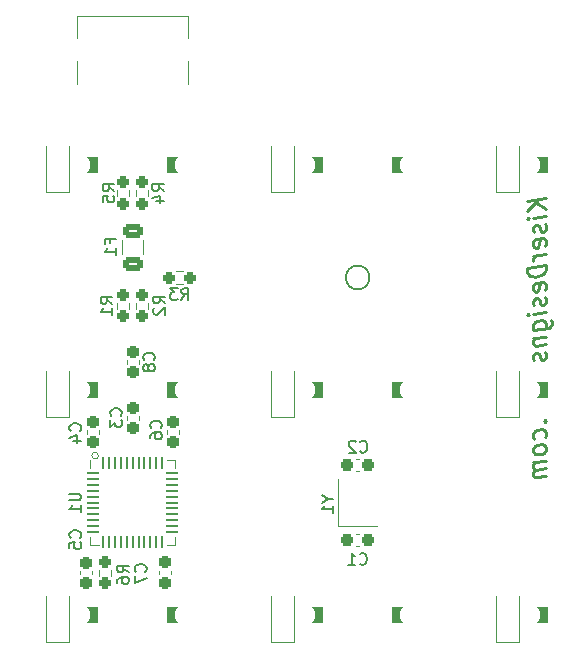
<source format=gbo>
%TF.GenerationSoftware,KiCad,Pcbnew,(6.0.1)*%
%TF.CreationDate,2022-03-07T23:29:37-05:00*%
%TF.ProjectId,Aioli,41696f6c-692e-46b6-9963-61645f706362,rev?*%
%TF.SameCoordinates,Original*%
%TF.FileFunction,Legend,Bot*%
%TF.FilePolarity,Positive*%
%FSLAX46Y46*%
G04 Gerber Fmt 4.6, Leading zero omitted, Abs format (unit mm)*
G04 Created by KiCad (PCBNEW (6.0.1)) date 2022-03-07 23:29:37*
%MOMM*%
%LPD*%
G01*
G04 APERTURE LIST*
G04 Aperture macros list*
%AMRoundRect*
0 Rectangle with rounded corners*
0 $1 Rounding radius*
0 $2 $3 $4 $5 $6 $7 $8 $9 X,Y pos of 4 corners*
0 Add a 4 corners polygon primitive as box body*
4,1,4,$2,$3,$4,$5,$6,$7,$8,$9,$2,$3,0*
0 Add four circle primitives for the rounded corners*
1,1,$1+$1,$2,$3*
1,1,$1+$1,$4,$5*
1,1,$1+$1,$6,$7*
1,1,$1+$1,$8,$9*
0 Add four rect primitives between the rounded corners*
20,1,$1+$1,$2,$3,$4,$5,0*
20,1,$1+$1,$4,$5,$6,$7,0*
20,1,$1+$1,$6,$7,$8,$9,0*
20,1,$1+$1,$8,$9,$2,$3,0*%
G04 Aperture macros list end*
%ADD10C,0.250000*%
%ADD11C,0.150000*%
%ADD12C,0.120000*%
%ADD13C,0.750000*%
%ADD14R,5.200000X5.200000*%
%ADD15RoundRect,0.062500X-0.475000X0.062500X-0.475000X-0.062500X0.475000X-0.062500X0.475000X0.062500X0*%
%ADD16RoundRect,0.062500X-0.062500X0.475000X-0.062500X-0.475000X0.062500X-0.475000X0.062500X0.475000X0*%
%ADD17R,1.800000X1.100000*%
%ADD18C,2.000000*%
%ADD19RoundRect,1.000000X0.000000X-0.650000X0.000000X0.650000X0.000000X0.650000X0.000000X-0.650000X0*%
%ADD20R,2.000000X2.000000*%
%ADD21RoundRect,0.237500X0.237500X-0.250000X0.237500X0.250000X-0.237500X0.250000X-0.237500X-0.250000X0*%
%ADD22RoundRect,0.237500X-0.250000X-0.237500X0.250000X-0.237500X0.250000X0.237500X-0.250000X0.237500X0*%
%ADD23RoundRect,0.237500X0.237500X-0.300000X0.237500X0.300000X-0.237500X0.300000X-0.237500X-0.300000X0*%
%ADD24RoundRect,0.237500X-0.237500X0.300000X-0.237500X-0.300000X0.237500X-0.300000X0.237500X0.300000X0*%
%ADD25RoundRect,0.237500X-0.300000X-0.237500X0.300000X-0.237500X0.300000X0.237500X-0.300000X0.237500X0*%
%ADD26C,2.250000*%
%ADD27C,3.987800*%
%ADD28C,1.750000*%
%ADD29R,1.200000X1.400000*%
%ADD30R,0.600000X1.450000*%
%ADD31R,0.300000X1.450000*%
%ADD32O,1.000000X2.100000*%
%ADD33C,0.650000*%
%ADD34O,1.000000X1.600000*%
%ADD35RoundRect,0.250000X0.625000X-0.375000X0.625000X0.375000X-0.625000X0.375000X-0.625000X-0.375000X0*%
%ADD36R,1.200000X0.900000*%
G04 APERTURE END LIST*
D10*
X111198128Y-59983438D02*
X109598128Y-60183438D01*
X111198128Y-60840581D02*
X110283842Y-60312010D01*
X109598128Y-61040581D02*
X110512414Y-60069152D01*
X111198128Y-61483438D02*
X110131461Y-61616772D01*
X109598128Y-61683438D02*
X109674319Y-61602486D01*
X109750509Y-61664391D01*
X109674319Y-61745343D01*
X109598128Y-61683438D01*
X109750509Y-61664391D01*
X111121938Y-62135819D02*
X111198128Y-62269152D01*
X111198128Y-62554867D01*
X111121938Y-62707248D01*
X110969557Y-62797724D01*
X110893366Y-62807248D01*
X110740985Y-62754867D01*
X110664795Y-62621533D01*
X110664795Y-62407248D01*
X110588604Y-62273914D01*
X110436223Y-62221533D01*
X110360033Y-62231057D01*
X110207652Y-62321533D01*
X110131461Y-62473914D01*
X110131461Y-62688200D01*
X110207652Y-62821533D01*
X111121938Y-63992962D02*
X111198128Y-63840581D01*
X111198128Y-63554867D01*
X111121938Y-63421533D01*
X110969557Y-63369152D01*
X110360033Y-63445343D01*
X110207652Y-63535819D01*
X110131461Y-63688200D01*
X110131461Y-63973914D01*
X110207652Y-64107248D01*
X110360033Y-64159629D01*
X110512414Y-64140581D01*
X110664795Y-63407248D01*
X111198128Y-64697724D02*
X110131461Y-64831057D01*
X110436223Y-64792962D02*
X110283842Y-64883438D01*
X110207652Y-64964391D01*
X110131461Y-65116772D01*
X110131461Y-65259629D01*
X111198128Y-65626295D02*
X109598128Y-65826295D01*
X109598128Y-66183438D01*
X109674319Y-66388200D01*
X109826699Y-66512010D01*
X109979080Y-66564391D01*
X110283842Y-66597724D01*
X110512414Y-66569152D01*
X110817176Y-66459629D01*
X110969557Y-66369152D01*
X111121938Y-66207248D01*
X111198128Y-65983438D01*
X111198128Y-65626295D01*
X111121938Y-67707248D02*
X111198128Y-67554867D01*
X111198128Y-67269152D01*
X111121938Y-67135819D01*
X110969557Y-67083438D01*
X110360033Y-67159629D01*
X110207652Y-67250105D01*
X110131461Y-67402486D01*
X110131461Y-67688200D01*
X110207652Y-67821533D01*
X110360033Y-67873914D01*
X110512414Y-67854867D01*
X110664795Y-67121533D01*
X111121938Y-68350105D02*
X111198128Y-68483438D01*
X111198128Y-68769152D01*
X111121938Y-68921533D01*
X110969557Y-69012010D01*
X110893366Y-69021533D01*
X110740985Y-68969152D01*
X110664795Y-68835819D01*
X110664795Y-68621533D01*
X110588604Y-68488200D01*
X110436223Y-68435819D01*
X110360033Y-68445343D01*
X110207652Y-68535819D01*
X110131461Y-68688200D01*
X110131461Y-68902486D01*
X110207652Y-69035819D01*
X111198128Y-69626295D02*
X110131461Y-69759629D01*
X109598128Y-69826295D02*
X109674319Y-69745343D01*
X109750509Y-69807248D01*
X109674319Y-69888200D01*
X109598128Y-69826295D01*
X109750509Y-69807248D01*
X110131461Y-71116772D02*
X111426699Y-70954867D01*
X111579080Y-70864391D01*
X111655271Y-70783438D01*
X111731461Y-70631057D01*
X111731461Y-70416772D01*
X111655271Y-70283438D01*
X111121938Y-70992962D02*
X111198128Y-70840581D01*
X111198128Y-70554867D01*
X111121938Y-70421533D01*
X111045747Y-70359629D01*
X110893366Y-70307248D01*
X110436223Y-70364391D01*
X110283842Y-70454867D01*
X110207652Y-70535819D01*
X110131461Y-70688200D01*
X110131461Y-70973914D01*
X110207652Y-71107248D01*
X110131461Y-71831057D02*
X111198128Y-71697724D01*
X110283842Y-71812010D02*
X110207652Y-71892962D01*
X110131461Y-72045343D01*
X110131461Y-72259629D01*
X110207652Y-72392962D01*
X110360033Y-72445343D01*
X111198128Y-72340581D01*
X111121938Y-72992962D02*
X111198128Y-73126295D01*
X111198128Y-73412010D01*
X111121938Y-73564391D01*
X110969557Y-73654867D01*
X110893366Y-73664391D01*
X110740985Y-73612010D01*
X110664795Y-73478676D01*
X110664795Y-73264391D01*
X110588604Y-73131057D01*
X110436223Y-73078676D01*
X110360033Y-73088200D01*
X110207652Y-73178676D01*
X110131461Y-73331057D01*
X110131461Y-73545343D01*
X110207652Y-73678676D01*
X111045747Y-78859629D02*
X111121938Y-78921533D01*
X111198128Y-78840581D01*
X111121938Y-78778676D01*
X111045747Y-78859629D01*
X111198128Y-78840581D01*
X111121938Y-80207248D02*
X111198128Y-80054867D01*
X111198128Y-79769152D01*
X111121938Y-79635819D01*
X111045747Y-79573914D01*
X110893366Y-79521533D01*
X110436223Y-79578676D01*
X110283842Y-79669152D01*
X110207652Y-79750105D01*
X110131461Y-79902486D01*
X110131461Y-80188200D01*
X110207652Y-80321533D01*
X111198128Y-81054867D02*
X111121938Y-80921533D01*
X111045747Y-80859629D01*
X110893366Y-80807248D01*
X110436223Y-80864391D01*
X110283842Y-80954867D01*
X110207652Y-81035819D01*
X110131461Y-81188200D01*
X110131461Y-81402486D01*
X110207652Y-81535819D01*
X110283842Y-81597724D01*
X110436223Y-81650105D01*
X110893366Y-81592962D01*
X111045747Y-81502486D01*
X111121938Y-81421533D01*
X111198128Y-81269152D01*
X111198128Y-81054867D01*
X111198128Y-82197724D02*
X110131461Y-82331057D01*
X110283842Y-82312010D02*
X110207652Y-82392962D01*
X110131461Y-82545343D01*
X110131461Y-82759629D01*
X110207652Y-82892962D01*
X110360033Y-82945343D01*
X111198128Y-82840581D01*
X110360033Y-82945343D02*
X110207652Y-83035819D01*
X110131461Y-83188200D01*
X110131461Y-83402486D01*
X110207652Y-83535819D01*
X110360033Y-83588200D01*
X111198128Y-83483438D01*
D11*
%TO.C,U1*%
X70832380Y-84963095D02*
X71641904Y-84963095D01*
X71737142Y-85010714D01*
X71784761Y-85058333D01*
X71832380Y-85153571D01*
X71832380Y-85344047D01*
X71784761Y-85439285D01*
X71737142Y-85486904D01*
X71641904Y-85534523D01*
X70832380Y-85534523D01*
X71832380Y-86534523D02*
X71832380Y-85963095D01*
X71832380Y-86248809D02*
X70832380Y-86248809D01*
X70975238Y-86153571D01*
X71070476Y-86058333D01*
X71118095Y-85963095D01*
%TO.C,R6*%
X75895773Y-91648802D02*
X75419583Y-91315469D01*
X75895773Y-91077373D02*
X74895773Y-91077373D01*
X74895773Y-91458326D01*
X74943393Y-91553564D01*
X74991012Y-91601183D01*
X75086250Y-91648802D01*
X75229107Y-91648802D01*
X75324345Y-91601183D01*
X75371964Y-91553564D01*
X75419583Y-91458326D01*
X75419583Y-91077373D01*
X74895773Y-92505945D02*
X74895773Y-92315469D01*
X74943393Y-92220230D01*
X74991012Y-92172611D01*
X75133869Y-92077373D01*
X75324345Y-92029754D01*
X75705297Y-92029754D01*
X75800535Y-92077373D01*
X75848154Y-92124992D01*
X75895773Y-92220230D01*
X75895773Y-92410707D01*
X75848154Y-92505945D01*
X75800535Y-92553564D01*
X75705297Y-92601183D01*
X75467202Y-92601183D01*
X75371964Y-92553564D01*
X75324345Y-92505945D01*
X75276726Y-92410707D01*
X75276726Y-92220230D01*
X75324345Y-92124992D01*
X75371964Y-92077373D01*
X75467202Y-92029754D01*
%TO.C,R5*%
X74652380Y-59364583D02*
X74176190Y-59031250D01*
X74652380Y-58793154D02*
X73652380Y-58793154D01*
X73652380Y-59174107D01*
X73700000Y-59269345D01*
X73747619Y-59316964D01*
X73842857Y-59364583D01*
X73985714Y-59364583D01*
X74080952Y-59316964D01*
X74128571Y-59269345D01*
X74176190Y-59174107D01*
X74176190Y-58793154D01*
X73652380Y-60269345D02*
X73652380Y-59793154D01*
X74128571Y-59745535D01*
X74080952Y-59793154D01*
X74033333Y-59888392D01*
X74033333Y-60126488D01*
X74080952Y-60221726D01*
X74128571Y-60269345D01*
X74223809Y-60316964D01*
X74461904Y-60316964D01*
X74557142Y-60269345D01*
X74604761Y-60221726D01*
X74652380Y-60126488D01*
X74652380Y-59888392D01*
X74604761Y-59793154D01*
X74557142Y-59745535D01*
%TO.C,R4*%
X78876130Y-59364583D02*
X78399940Y-59031250D01*
X78876130Y-58793154D02*
X77876130Y-58793154D01*
X77876130Y-59174107D01*
X77923750Y-59269345D01*
X77971369Y-59316964D01*
X78066607Y-59364583D01*
X78209464Y-59364583D01*
X78304702Y-59316964D01*
X78352321Y-59269345D01*
X78399940Y-59174107D01*
X78399940Y-58793154D01*
X78209464Y-60221726D02*
X78876130Y-60221726D01*
X77828511Y-59983630D02*
X78542797Y-59745535D01*
X78542797Y-60364583D01*
%TO.C,R3*%
X80335416Y-68557380D02*
X80668750Y-68081190D01*
X80906845Y-68557380D02*
X80906845Y-67557380D01*
X80525892Y-67557380D01*
X80430654Y-67605000D01*
X80383035Y-67652619D01*
X80335416Y-67747857D01*
X80335416Y-67890714D01*
X80383035Y-67985952D01*
X80430654Y-68033571D01*
X80525892Y-68081190D01*
X80906845Y-68081190D01*
X80002083Y-67557380D02*
X79383035Y-67557380D01*
X79716369Y-67938333D01*
X79573511Y-67938333D01*
X79478273Y-67985952D01*
X79430654Y-68033571D01*
X79383035Y-68128809D01*
X79383035Y-68366904D01*
X79430654Y-68462142D01*
X79478273Y-68509761D01*
X79573511Y-68557380D01*
X79859226Y-68557380D01*
X79954464Y-68509761D01*
X80002083Y-68462142D01*
%TO.C,R2*%
X78955388Y-68863796D02*
X78479198Y-68530463D01*
X78955388Y-68292367D02*
X77955388Y-68292367D01*
X77955388Y-68673320D01*
X78003008Y-68768558D01*
X78050627Y-68816177D01*
X78145865Y-68863796D01*
X78288722Y-68863796D01*
X78383960Y-68816177D01*
X78431579Y-68768558D01*
X78479198Y-68673320D01*
X78479198Y-68292367D01*
X78050627Y-69244748D02*
X78003008Y-69292367D01*
X77955388Y-69387605D01*
X77955388Y-69625701D01*
X78003008Y-69720939D01*
X78050627Y-69768558D01*
X78145865Y-69816177D01*
X78241103Y-69816177D01*
X78383960Y-69768558D01*
X78955388Y-69197129D01*
X78955388Y-69816177D01*
%TO.C,R1*%
X74487806Y-68887815D02*
X74011616Y-68554482D01*
X74487806Y-68316386D02*
X73487806Y-68316386D01*
X73487806Y-68697339D01*
X73535426Y-68792577D01*
X73583045Y-68840196D01*
X73678283Y-68887815D01*
X73821140Y-68887815D01*
X73916378Y-68840196D01*
X73963997Y-68792577D01*
X74011616Y-68697339D01*
X74011616Y-68316386D01*
X74487806Y-69840196D02*
X74487806Y-69268767D01*
X74487806Y-69554482D02*
X73487806Y-69554482D01*
X73630664Y-69459243D01*
X73725902Y-69364005D01*
X73773521Y-69268767D01*
%TO.C,C8*%
X77987142Y-73652083D02*
X78034761Y-73604464D01*
X78082380Y-73461607D01*
X78082380Y-73366369D01*
X78034761Y-73223511D01*
X77939523Y-73128273D01*
X77844285Y-73080654D01*
X77653809Y-73033035D01*
X77510952Y-73033035D01*
X77320476Y-73080654D01*
X77225238Y-73128273D01*
X77130000Y-73223511D01*
X77082380Y-73366369D01*
X77082380Y-73461607D01*
X77130000Y-73604464D01*
X77177619Y-73652083D01*
X77510952Y-74223511D02*
X77463333Y-74128273D01*
X77415714Y-74080654D01*
X77320476Y-74033035D01*
X77272857Y-74033035D01*
X77177619Y-74080654D01*
X77130000Y-74128273D01*
X77082380Y-74223511D01*
X77082380Y-74413988D01*
X77130000Y-74509226D01*
X77177619Y-74556845D01*
X77272857Y-74604464D01*
X77320476Y-74604464D01*
X77415714Y-74556845D01*
X77463333Y-74509226D01*
X77510952Y-74413988D01*
X77510952Y-74223511D01*
X77558571Y-74128273D01*
X77606190Y-74080654D01*
X77701428Y-74033035D01*
X77891904Y-74033035D01*
X77987142Y-74080654D01*
X78034761Y-74128273D01*
X78082380Y-74223511D01*
X78082380Y-74413988D01*
X78034761Y-74509226D01*
X77987142Y-74556845D01*
X77891904Y-74604464D01*
X77701428Y-74604464D01*
X77606190Y-74556845D01*
X77558571Y-74509226D01*
X77510952Y-74413988D01*
%TO.C,C7*%
X77289729Y-91576744D02*
X77337348Y-91529125D01*
X77384967Y-91386268D01*
X77384967Y-91291030D01*
X77337348Y-91148172D01*
X77242110Y-91052934D01*
X77146872Y-91005315D01*
X76956396Y-90957696D01*
X76813539Y-90957696D01*
X76623063Y-91005315D01*
X76527825Y-91052934D01*
X76432587Y-91148172D01*
X76384967Y-91291030D01*
X76384967Y-91386268D01*
X76432587Y-91529125D01*
X76480206Y-91576744D01*
X76384967Y-91910077D02*
X76384967Y-92576744D01*
X77384967Y-92148172D01*
%TO.C,C6*%
X78595938Y-79408248D02*
X78643557Y-79360629D01*
X78691176Y-79217772D01*
X78691176Y-79122534D01*
X78643557Y-78979676D01*
X78548319Y-78884438D01*
X78453081Y-78836819D01*
X78262605Y-78789200D01*
X78119748Y-78789200D01*
X77929272Y-78836819D01*
X77834034Y-78884438D01*
X77738796Y-78979676D01*
X77691176Y-79122534D01*
X77691176Y-79217772D01*
X77738796Y-79360629D01*
X77786415Y-79408248D01*
X77691176Y-80265391D02*
X77691176Y-80074915D01*
X77738796Y-79979676D01*
X77786415Y-79932057D01*
X77929272Y-79836819D01*
X78119748Y-79789200D01*
X78500700Y-79789200D01*
X78595938Y-79836819D01*
X78643557Y-79884438D01*
X78691176Y-79979676D01*
X78691176Y-80170153D01*
X78643557Y-80265391D01*
X78595938Y-80313010D01*
X78500700Y-80360629D01*
X78262605Y-80360629D01*
X78167367Y-80313010D01*
X78119748Y-80265391D01*
X78072129Y-80170153D01*
X78072129Y-79979676D01*
X78119748Y-79884438D01*
X78167367Y-79836819D01*
X78262605Y-79789200D01*
%TO.C,C5*%
X71750451Y-88703700D02*
X71798070Y-88656081D01*
X71845689Y-88513224D01*
X71845689Y-88417986D01*
X71798070Y-88275128D01*
X71702832Y-88179890D01*
X71607594Y-88132271D01*
X71417118Y-88084652D01*
X71274261Y-88084652D01*
X71083785Y-88132271D01*
X70988547Y-88179890D01*
X70893309Y-88275128D01*
X70845689Y-88417986D01*
X70845689Y-88513224D01*
X70893309Y-88656081D01*
X70940928Y-88703700D01*
X70845689Y-89608462D02*
X70845689Y-89132271D01*
X71321880Y-89084652D01*
X71274261Y-89132271D01*
X71226642Y-89227509D01*
X71226642Y-89465605D01*
X71274261Y-89560843D01*
X71321880Y-89608462D01*
X71417118Y-89656081D01*
X71655213Y-89656081D01*
X71750451Y-89608462D01*
X71798070Y-89560843D01*
X71845689Y-89465605D01*
X71845689Y-89227509D01*
X71798070Y-89132271D01*
X71750451Y-89084652D01*
%TO.C,C4*%
X71750451Y-79648441D02*
X71798070Y-79600822D01*
X71845689Y-79457965D01*
X71845689Y-79362727D01*
X71798070Y-79219869D01*
X71702832Y-79124631D01*
X71607594Y-79077012D01*
X71417118Y-79029393D01*
X71274261Y-79029393D01*
X71083785Y-79077012D01*
X70988547Y-79124631D01*
X70893309Y-79219869D01*
X70845689Y-79362727D01*
X70845689Y-79457965D01*
X70893309Y-79600822D01*
X70940928Y-79648441D01*
X71179023Y-80505584D02*
X71845689Y-80505584D01*
X70798070Y-80267488D02*
X71512356Y-80029393D01*
X71512356Y-80648441D01*
%TO.C,C3*%
X75209223Y-78375421D02*
X75256842Y-78327802D01*
X75304461Y-78184945D01*
X75304461Y-78089707D01*
X75256842Y-77946849D01*
X75161604Y-77851611D01*
X75066366Y-77803992D01*
X74875890Y-77756373D01*
X74733033Y-77756373D01*
X74542557Y-77803992D01*
X74447319Y-77851611D01*
X74352081Y-77946849D01*
X74304461Y-78089707D01*
X74304461Y-78184945D01*
X74352081Y-78327802D01*
X74399700Y-78375421D01*
X74304461Y-78708754D02*
X74304461Y-79327802D01*
X74685414Y-78994468D01*
X74685414Y-79137326D01*
X74733033Y-79232564D01*
X74780652Y-79280183D01*
X74875890Y-79327802D01*
X75113985Y-79327802D01*
X75209223Y-79280183D01*
X75256842Y-79232564D01*
X75304461Y-79137326D01*
X75304461Y-78851611D01*
X75256842Y-78756373D01*
X75209223Y-78708754D01*
%TO.C,C2*%
X95459132Y-81397232D02*
X95506751Y-81444851D01*
X95649608Y-81492470D01*
X95744846Y-81492470D01*
X95887704Y-81444851D01*
X95982942Y-81349613D01*
X96030561Y-81254375D01*
X96078180Y-81063899D01*
X96078180Y-80921042D01*
X96030561Y-80730566D01*
X95982942Y-80635328D01*
X95887704Y-80540090D01*
X95744846Y-80492470D01*
X95649608Y-80492470D01*
X95506751Y-80540090D01*
X95459132Y-80587709D01*
X95078180Y-80587709D02*
X95030561Y-80540090D01*
X94935323Y-80492470D01*
X94697227Y-80492470D01*
X94601989Y-80540090D01*
X94554370Y-80587709D01*
X94506751Y-80682947D01*
X94506751Y-80778185D01*
X94554370Y-80921042D01*
X95125799Y-81492470D01*
X94506751Y-81492470D01*
%TO.C,C1*%
X95411094Y-90908857D02*
X95458713Y-90956476D01*
X95601570Y-91004095D01*
X95696808Y-91004095D01*
X95839666Y-90956476D01*
X95934904Y-90861238D01*
X95982523Y-90766000D01*
X96030142Y-90575524D01*
X96030142Y-90432667D01*
X95982523Y-90242191D01*
X95934904Y-90146953D01*
X95839666Y-90051715D01*
X95696808Y-90004095D01*
X95601570Y-90004095D01*
X95458713Y-90051715D01*
X95411094Y-90099334D01*
X94458713Y-91004095D02*
X95030142Y-91004095D01*
X94744428Y-91004095D02*
X94744428Y-90004095D01*
X94839666Y-90146953D01*
X94934904Y-90242191D01*
X95030142Y-90289810D01*
%TO.C,Y1*%
X92722615Y-85391769D02*
X93198805Y-85391769D01*
X92198805Y-85058436D02*
X92722615Y-85391769D01*
X92198805Y-85725102D01*
X93198805Y-86582245D02*
X93198805Y-86010817D01*
X93198805Y-86296531D02*
X92198805Y-86296531D01*
X92341663Y-86201293D01*
X92436901Y-86106055D01*
X92484520Y-86010817D01*
%TO.C,F1*%
X74300267Y-63725143D02*
X74300267Y-63391810D01*
X74824076Y-63391810D02*
X73824076Y-63391810D01*
X73824076Y-63868000D01*
X74824076Y-64772762D02*
X74824076Y-64201334D01*
X74824076Y-64487048D02*
X73824076Y-64487048D01*
X73966934Y-64391810D01*
X74062172Y-64296572D01*
X74109791Y-64201334D01*
D12*
%TO.C,U1*%
X73305873Y-81756250D02*
G75*
G03*
X73305873Y-81756250I-280873J0D01*
G01*
X72590000Y-82840000D02*
X72590000Y-82115000D01*
X79810000Y-89335000D02*
X79085000Y-89335000D01*
X79810000Y-88610000D02*
X79810000Y-89335000D01*
X79810000Y-82115000D02*
X79085000Y-82115000D01*
X79810000Y-82840000D02*
X79810000Y-82115000D01*
X72590000Y-89335000D02*
X73315000Y-89335000D01*
X72590000Y-88610000D02*
X72590000Y-89335000D01*
D11*
%TO.C,SW10*%
X96250000Y-66675000D02*
G75*
G03*
X96250000Y-66675000I-1000000J0D01*
G01*
D12*
%TO.C,SW9*%
X104775000Y-95750000D02*
X104775000Y-94750000D01*
X105275000Y-95250000D02*
X104275000Y-95250000D01*
%TO.C,SW8*%
X85725000Y-95750000D02*
X85725000Y-94750000D01*
X86225000Y-95250000D02*
X85225000Y-95250000D01*
%TO.C,SW7*%
X66675000Y-95750000D02*
X66675000Y-94750000D01*
X67175000Y-95250000D02*
X66175000Y-95250000D01*
%TO.C,SW6*%
X104775000Y-76700000D02*
X104775000Y-75700000D01*
X105275000Y-76200000D02*
X104275000Y-76200000D01*
%TO.C,SW5*%
X85725000Y-76700000D02*
X85725000Y-75700000D01*
X86225000Y-76200000D02*
X85225000Y-76200000D01*
%TO.C,SW4*%
X66675000Y-76700000D02*
X66675000Y-75700000D01*
X67175000Y-76200000D02*
X66175000Y-76200000D01*
%TO.C,SW3*%
X104775000Y-57650000D02*
X104775000Y-56650000D01*
X105275000Y-57150000D02*
X104275000Y-57150000D01*
%TO.C,SW2*%
X85725000Y-57650000D02*
X85725000Y-56650000D01*
X86225000Y-57150000D02*
X85225000Y-57150000D01*
%TO.C,SW1*%
X66675000Y-57650000D02*
X66675000Y-56650000D01*
X67175000Y-57150000D02*
X66175000Y-57150000D01*
%TO.C,R6*%
X73356418Y-91914650D02*
X73356418Y-91405202D01*
X74401418Y-91914650D02*
X74401418Y-91405202D01*
%TO.C,R5*%
X74883750Y-59785974D02*
X74883750Y-59276526D01*
X75928750Y-59785974D02*
X75928750Y-59276526D01*
%TO.C,R4*%
X76471250Y-59785974D02*
X76471250Y-59276526D01*
X77516250Y-59785974D02*
X77516250Y-59276526D01*
%TO.C,R3*%
X79914026Y-66152500D02*
X80423474Y-66152500D01*
X79914026Y-67197500D02*
X80423474Y-67197500D01*
%TO.C,R2*%
X76471250Y-69310974D02*
X76471250Y-68801526D01*
X77516250Y-69310974D02*
X77516250Y-68801526D01*
%TO.C,R1*%
X74883750Y-69310974D02*
X74883750Y-68801526D01*
X75928750Y-69310974D02*
X75928750Y-68801526D01*
%TO.C,C8*%
X75690000Y-73965017D02*
X75690000Y-73672483D01*
X76710000Y-73965017D02*
X76710000Y-73672483D01*
%TO.C,C7*%
X79485600Y-91503678D02*
X79485600Y-91796212D01*
X78465600Y-91503678D02*
X78465600Y-91796212D01*
%TO.C,C6*%
X79071110Y-79917633D02*
X79071110Y-79625099D01*
X80091110Y-79917633D02*
X80091110Y-79625099D01*
%TO.C,C5*%
X72773095Y-91519017D02*
X72773095Y-91811551D01*
X71753095Y-91519017D02*
X71753095Y-91811551D01*
%TO.C,C4*%
X72304952Y-79905596D02*
X72304952Y-79613062D01*
X73324952Y-79905596D02*
X73324952Y-79613062D01*
%TO.C,C3*%
X75740000Y-78727517D02*
X75740000Y-78434983D01*
X76760000Y-78727517D02*
X76760000Y-78434983D01*
%TO.C,C2*%
X95103733Y-82040000D02*
X95396267Y-82040000D01*
X95103733Y-83060000D02*
X95396267Y-83060000D01*
%TO.C,C1*%
X95103733Y-88390000D02*
X95396267Y-88390000D01*
X95103733Y-89410000D02*
X95396267Y-89410000D01*
%TO.C,Y1*%
X93600000Y-87725000D02*
X93600000Y-83725000D01*
X96900000Y-87725000D02*
X93600000Y-87725000D01*
%TO.C,J1*%
X71500000Y-44518750D02*
X80900000Y-44518750D01*
X80900000Y-50318750D02*
X80900000Y-48318750D01*
X80900000Y-46418750D02*
X80900000Y-44518750D01*
X71500000Y-50318750D02*
X71500000Y-48318750D01*
X71500000Y-46418750D02*
X71500000Y-44518750D01*
%TO.C,F1*%
X75290000Y-64708314D02*
X75290000Y-63504186D01*
X77110000Y-64708314D02*
X77110000Y-63504186D01*
%TO.C,D9*%
X108950000Y-97500000D02*
X108950000Y-93600000D01*
X106950000Y-97500000D02*
X106950000Y-93600000D01*
X108950000Y-97500000D02*
X106950000Y-97500000D01*
%TO.C,D8*%
X89900000Y-97500000D02*
X89900000Y-93600000D01*
X87900000Y-97500000D02*
X87900000Y-93600000D01*
X89900000Y-97500000D02*
X87900000Y-97500000D01*
%TO.C,D7*%
X70850000Y-97500000D02*
X70850000Y-93600000D01*
X68850000Y-97500000D02*
X68850000Y-93600000D01*
X70850000Y-97500000D02*
X68850000Y-97500000D01*
%TO.C,D6*%
X108950000Y-78450000D02*
X108950000Y-74550000D01*
X106950000Y-78450000D02*
X106950000Y-74550000D01*
X108950000Y-78450000D02*
X106950000Y-78450000D01*
%TO.C,D5*%
X89900000Y-78450000D02*
X89900000Y-74550000D01*
X87900000Y-78450000D02*
X87900000Y-74550000D01*
X89900000Y-78450000D02*
X87900000Y-78450000D01*
%TO.C,D4*%
X70850000Y-78450000D02*
X70850000Y-74550000D01*
X68850000Y-78450000D02*
X68850000Y-74550000D01*
X70850000Y-78450000D02*
X68850000Y-78450000D01*
%TO.C,D3*%
X108950000Y-59400000D02*
X108950000Y-55500000D01*
X106950000Y-59400000D02*
X106950000Y-55500000D01*
X108950000Y-59400000D02*
X106950000Y-59400000D01*
%TO.C,D2*%
X89900000Y-59400000D02*
X89900000Y-55500000D01*
X87900000Y-59400000D02*
X87900000Y-55500000D01*
X89900000Y-59400000D02*
X87900000Y-59400000D01*
%TO.C,D1*%
X70850000Y-59400000D02*
X70850000Y-55500000D01*
X68850000Y-59400000D02*
X68850000Y-55500000D01*
X70850000Y-59400000D02*
X68850000Y-59400000D01*
%TD*%
%LPC*%
D13*
X95866666Y-50760714D02*
X95866666Y-52665476D01*
X97009523Y-50379761D02*
X93009523Y-51713095D01*
X97009523Y-53046428D01*
X97009523Y-54379761D02*
X94342857Y-54379761D01*
X93009523Y-54379761D02*
X93200000Y-54189285D01*
X93390476Y-54379761D01*
X93200000Y-54570238D01*
X93009523Y-54379761D01*
X93390476Y-54379761D01*
X97009523Y-56855952D02*
X96819047Y-56475000D01*
X96628571Y-56284523D01*
X96247619Y-56094047D01*
X95104761Y-56094047D01*
X94723809Y-56284523D01*
X94533333Y-56475000D01*
X94342857Y-56855952D01*
X94342857Y-57427380D01*
X94533333Y-57808333D01*
X94723809Y-57998809D01*
X95104761Y-58189285D01*
X96247619Y-58189285D01*
X96628571Y-57998809D01*
X96819047Y-57808333D01*
X97009523Y-57427380D01*
X97009523Y-56855952D01*
X97009523Y-60475000D02*
X96819047Y-60094047D01*
X96438095Y-59903571D01*
X93009523Y-59903571D01*
X97009523Y-61998809D02*
X94342857Y-61998809D01*
X93009523Y-61998809D02*
X93200000Y-61808333D01*
X93390476Y-61998809D01*
X93200000Y-62189285D01*
X93009523Y-61998809D01*
X93390476Y-61998809D01*
D14*
%TO.C,U1*%
X76200000Y-85725000D03*
D15*
X72862500Y-83225000D03*
X72862500Y-83725000D03*
X72862500Y-84225000D03*
X72862500Y-84725000D03*
X72862500Y-85225000D03*
X72862500Y-85725000D03*
X72862500Y-86225000D03*
X72862500Y-86725000D03*
X72862500Y-87225000D03*
X72862500Y-87725000D03*
X72862500Y-88225000D03*
D16*
X73700000Y-89062500D03*
X74200000Y-89062500D03*
X74700000Y-89062500D03*
X75200000Y-89062500D03*
X75700000Y-89062500D03*
X76200000Y-89062500D03*
X76700000Y-89062500D03*
X77200000Y-89062500D03*
X77700000Y-89062500D03*
X78200000Y-89062500D03*
X78700000Y-89062500D03*
D15*
X79537500Y-88225000D03*
X79537500Y-87725000D03*
X79537500Y-87225000D03*
X79537500Y-86725000D03*
X79537500Y-86225000D03*
X79537500Y-85725000D03*
X79537500Y-85225000D03*
X79537500Y-84725000D03*
X79537500Y-84225000D03*
X79537500Y-83725000D03*
X79537500Y-83225000D03*
D16*
X78700000Y-82387500D03*
X78200000Y-82387500D03*
X77700000Y-82387500D03*
X77200000Y-82387500D03*
X76700000Y-82387500D03*
X76200000Y-82387500D03*
X75700000Y-82387500D03*
X75200000Y-82387500D03*
X74700000Y-82387500D03*
X74200000Y-82387500D03*
X73700000Y-82387500D03*
%TD*%
D17*
%TO.C,SW10*%
X92150000Y-64825000D03*
X98350000Y-68525000D03*
X92150000Y-68525000D03*
X98350000Y-64825000D03*
%TD*%
D18*
%TO.C,SW9*%
X102275000Y-88250000D03*
X107275000Y-88250000D03*
D19*
X99175000Y-95250000D03*
X110375000Y-95250000D03*
D18*
X102275000Y-102750000D03*
X104775000Y-102750000D03*
D20*
X107275000Y-102750000D03*
%TD*%
D18*
%TO.C,SW8*%
X83225000Y-88250000D03*
X88225000Y-88250000D03*
D19*
X80125000Y-95250000D03*
X91325000Y-95250000D03*
D18*
X83225000Y-102750000D03*
X85725000Y-102750000D03*
D20*
X88225000Y-102750000D03*
%TD*%
D18*
%TO.C,SW7*%
X64175000Y-88250000D03*
X69175000Y-88250000D03*
D19*
X61075000Y-95250000D03*
X72275000Y-95250000D03*
D18*
X64175000Y-102750000D03*
X66675000Y-102750000D03*
D20*
X69175000Y-102750000D03*
%TD*%
D18*
%TO.C,SW6*%
X102275000Y-69200000D03*
X107275000Y-69200000D03*
D19*
X99175000Y-76200000D03*
X110375000Y-76200000D03*
D18*
X102275000Y-83700000D03*
X104775000Y-83700000D03*
D20*
X107275000Y-83700000D03*
%TD*%
D18*
%TO.C,SW5*%
X83225000Y-69200000D03*
X88225000Y-69200000D03*
D19*
X80125000Y-76200000D03*
X91325000Y-76200000D03*
D18*
X83225000Y-83700000D03*
X85725000Y-83700000D03*
D20*
X88225000Y-83700000D03*
%TD*%
D18*
%TO.C,SW4*%
X64175000Y-69200000D03*
X69175000Y-69200000D03*
D19*
X61075000Y-76200000D03*
X72275000Y-76200000D03*
D18*
X64175000Y-83700000D03*
X66675000Y-83700000D03*
D20*
X69175000Y-83700000D03*
%TD*%
D18*
%TO.C,SW3*%
X102275000Y-50150000D03*
X107275000Y-50150000D03*
D19*
X99175000Y-57150000D03*
X110375000Y-57150000D03*
D18*
X102275000Y-64650000D03*
X104775000Y-64650000D03*
D20*
X107275000Y-64650000D03*
%TD*%
D18*
%TO.C,SW2*%
X83225000Y-50150000D03*
X88225000Y-50150000D03*
D19*
X80125000Y-57150000D03*
X91325000Y-57150000D03*
D18*
X83225000Y-64650000D03*
X85725000Y-64650000D03*
D20*
X88225000Y-64650000D03*
%TD*%
D18*
%TO.C,SW1*%
X64175000Y-50150000D03*
X69175000Y-50150000D03*
D19*
X61075000Y-57150000D03*
X72275000Y-57150000D03*
D18*
X64175000Y-64650000D03*
X66675000Y-64650000D03*
D20*
X69175000Y-64650000D03*
%TD*%
D21*
%TO.C,R6*%
X73878918Y-90747426D03*
X73878918Y-92572426D03*
%TD*%
%TO.C,R5*%
X75406250Y-58618750D03*
X75406250Y-60443750D03*
%TD*%
%TO.C,R4*%
X76993750Y-58618750D03*
X76993750Y-60443750D03*
%TD*%
D22*
%TO.C,R3*%
X81081250Y-66675000D03*
X79256250Y-66675000D03*
%TD*%
D21*
%TO.C,R2*%
X76993750Y-68143750D03*
X76993750Y-69968750D03*
%TD*%
%TO.C,R1*%
X75406250Y-68143750D03*
X75406250Y-69968750D03*
%TD*%
D23*
%TO.C,C8*%
X76200000Y-72956250D03*
X76200000Y-74681250D03*
%TD*%
D24*
%TO.C,C7*%
X78975600Y-92512445D03*
X78975600Y-90787445D03*
%TD*%
D23*
%TO.C,C6*%
X79581110Y-78908866D03*
X79581110Y-80633866D03*
%TD*%
D24*
%TO.C,C5*%
X72263095Y-92527784D03*
X72263095Y-90802784D03*
%TD*%
D23*
%TO.C,C4*%
X72814952Y-78896829D03*
X72814952Y-80621829D03*
%TD*%
%TO.C,C3*%
X76250000Y-77718750D03*
X76250000Y-79443750D03*
%TD*%
D25*
%TO.C,C2*%
X96112500Y-82550000D03*
X94387500Y-82550000D03*
%TD*%
%TO.C,C1*%
X96112500Y-88900000D03*
X94387500Y-88900000D03*
%TD*%
D26*
%TO.C,MX7*%
X69215000Y-90170000D03*
D27*
X66675000Y-95250000D03*
D26*
X62865000Y-92710000D03*
D28*
X61595000Y-95250000D03*
X71755000Y-95250000D03*
%TD*%
D26*
%TO.C,MX3*%
X107315000Y-52070000D03*
D27*
X104775000Y-57150000D03*
D26*
X100965000Y-54610000D03*
D28*
X99695000Y-57150000D03*
X109855000Y-57150000D03*
%TD*%
D26*
%TO.C,MX6*%
X107315000Y-71120000D03*
D27*
X104775000Y-76200000D03*
D26*
X100965000Y-73660000D03*
D28*
X99695000Y-76200000D03*
X109855000Y-76200000D03*
%TD*%
D26*
%TO.C,MX1*%
X69215000Y-52070000D03*
D27*
X66675000Y-57150000D03*
D26*
X62865000Y-54610000D03*
D28*
X61595000Y-57150000D03*
X71755000Y-57150000D03*
%TD*%
D26*
%TO.C,MX4*%
X69215000Y-71120000D03*
D27*
X66675000Y-76200000D03*
D26*
X62865000Y-73660000D03*
D28*
X61595000Y-76200000D03*
X71755000Y-76200000D03*
%TD*%
D29*
%TO.C,Y1*%
X96100000Y-86825000D03*
X96100000Y-84625000D03*
X94400000Y-84625000D03*
X94400000Y-86825000D03*
%TD*%
D26*
%TO.C,MX9*%
X107315000Y-90170000D03*
D27*
X104775000Y-95250000D03*
D26*
X100965000Y-92710000D03*
D28*
X99695000Y-95250000D03*
X109855000Y-95250000D03*
%TD*%
D26*
%TO.C,MX8*%
X88265000Y-90170000D03*
D27*
X85725000Y-95250000D03*
D26*
X81915000Y-92710000D03*
D28*
X80645000Y-95250000D03*
X90805000Y-95250000D03*
%TD*%
D26*
%TO.C,MX5*%
X88265000Y-71120000D03*
D27*
X85725000Y-76200000D03*
D26*
X81915000Y-73660000D03*
D28*
X80645000Y-76200000D03*
X90805000Y-76200000D03*
%TD*%
D26*
%TO.C,MX2*%
X88265000Y-52070000D03*
D27*
X85725000Y-57150000D03*
D26*
X81915000Y-54610000D03*
D28*
X80645000Y-57150000D03*
X90805000Y-57150000D03*
%TD*%
D30*
%TO.C,J1*%
X79450000Y-52463750D03*
X78650000Y-52463750D03*
X73750000Y-52463750D03*
X72950000Y-52463750D03*
X72950000Y-52463750D03*
X73750000Y-52463750D03*
X78650000Y-52463750D03*
X79450000Y-52463750D03*
D31*
X74450000Y-52463750D03*
X74950000Y-52463750D03*
X75450000Y-52463750D03*
X76450000Y-52463750D03*
X76950000Y-52463750D03*
X77450000Y-52463750D03*
X77950000Y-52463750D03*
X75950000Y-52463750D03*
D32*
X80520000Y-51548750D03*
X71880000Y-51548750D03*
D33*
X73310000Y-51018750D03*
D34*
X71880000Y-47368750D03*
D33*
X79090000Y-51018750D03*
D34*
X80520000Y-47368750D03*
%TD*%
D35*
%TO.C,F1*%
X76200000Y-62706250D03*
X76200000Y-65506250D03*
%TD*%
D36*
%TO.C,D9*%
X107950000Y-93600000D03*
X107950000Y-96900000D03*
%TD*%
%TO.C,D8*%
X88900000Y-93600000D03*
X88900000Y-96900000D03*
%TD*%
%TO.C,D7*%
X69850000Y-93600000D03*
X69850000Y-96900000D03*
%TD*%
%TO.C,D6*%
X107950000Y-74550000D03*
X107950000Y-77850000D03*
%TD*%
%TO.C,D5*%
X88900000Y-74550000D03*
X88900000Y-77850000D03*
%TD*%
%TO.C,D4*%
X69850000Y-74550000D03*
X69850000Y-77850000D03*
%TD*%
%TO.C,D3*%
X107950000Y-55500000D03*
X107950000Y-58800000D03*
%TD*%
%TO.C,D2*%
X88900000Y-55500000D03*
X88900000Y-58800000D03*
%TD*%
%TO.C,D1*%
X69850000Y-55500000D03*
X69850000Y-58800000D03*
%TD*%
M02*

</source>
